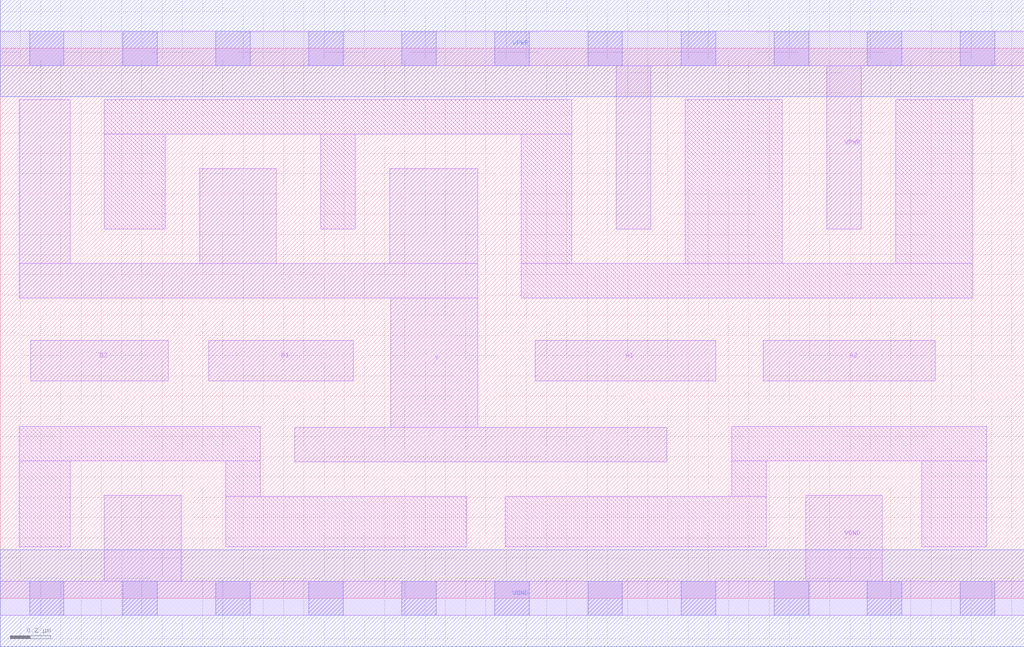
<source format=lef>
# Copyright 2020 The SkyWater PDK Authors
#
# Licensed under the Apache License, Version 2.0 (the "License");
# you may not use this file except in compliance with the License.
# You may obtain a copy of the License at
#
#     https://www.apache.org/licenses/LICENSE-2.0
#
# Unless required by applicable law or agreed to in writing, software
# distributed under the License is distributed on an "AS IS" BASIS,
# WITHOUT WARRANTIES OR CONDITIONS OF ANY KIND, either express or implied.
# See the License for the specific language governing permissions and
# limitations under the License.
#
# SPDX-License-Identifier: Apache-2.0

VERSION 5.7 ;
BUSBITCHARS "[]" ;
DIVIDERCHAR "/" ;
PROPERTYDEFINITIONS
  MACRO maskLayoutSubType STRING ;
  MACRO prCellType STRING ;
  MACRO originalViewName STRING ;
END PROPERTYDEFINITIONS
MACRO sky130_fd_sc_hdll__a22oi_2
  ORIGIN  0.000000  0.000000 ;
  CLASS CORE ;
  SYMMETRY X Y R90 ;
  SIZE  5.060000 BY  2.720000 ;
  SITE unithd ;
  PIN A1
    ANTENNAGATEAREA  0.555000 ;
    DIRECTION INPUT ;
    USE SIGNAL ;
    PORT
      LAYER li1 ;
        RECT 2.645000 1.075000 3.535000 1.275000 ;
    END
  END A1
  PIN A2
    ANTENNAGATEAREA  0.555000 ;
    DIRECTION INPUT ;
    USE SIGNAL ;
    PORT
      LAYER li1 ;
        RECT 3.770000 1.075000 4.620000 1.275000 ;
    END
  END A2
  PIN B1
    ANTENNAGATEAREA  0.555000 ;
    DIRECTION INPUT ;
    USE SIGNAL ;
    PORT
      LAYER li1 ;
        RECT 1.030000 1.075000 1.745000 1.275000 ;
    END
  END B1
  PIN B2
    ANTENNAGATEAREA  0.555000 ;
    DIRECTION INPUT ;
    USE SIGNAL ;
    PORT
      LAYER li1 ;
        RECT 0.150000 1.075000 0.830000 1.275000 ;
    END
  END B2
  PIN Y
    ANTENNADIFFAREA  1.278500 ;
    DIRECTION OUTPUT ;
    USE SIGNAL ;
    PORT
      LAYER li1 ;
        RECT 0.095000 1.485000 2.360000 1.655000 ;
        RECT 0.095000 1.655000 0.345000 2.465000 ;
        RECT 0.985000 1.655000 1.365000 2.125000 ;
        RECT 1.455000 0.675000 3.295000 0.845000 ;
        RECT 1.925000 1.655000 2.360000 2.125000 ;
        RECT 1.930000 0.845000 2.360000 1.485000 ;
    END
  END Y
  PIN VGND
    DIRECTION INOUT ;
    USE GROUND ;
    PORT
      LAYER li1 ;
        RECT 0.000000 -0.085000 5.060000 0.085000 ;
        RECT 0.515000  0.085000 0.895000 0.510000 ;
        RECT 3.980000  0.085000 4.360000 0.510000 ;
      LAYER met1 ;
        RECT 0.000000 -0.240000 5.060000 0.240000 ;
    END
  END VGND
  PIN VNB
    DIRECTION INOUT ;
    USE GROUND ;
    PORT
    END
  END VNB
  PIN VPB
    DIRECTION INOUT ;
    USE POWER ;
    PORT
    END
  END VPB
  PIN VPWR
    DIRECTION INOUT ;
    USE POWER ;
    PORT
      LAYER li1 ;
        RECT 0.000000 2.635000 5.060000 2.805000 ;
        RECT 3.045000 1.825000 3.215000 2.635000 ;
        RECT 4.085000 1.825000 4.255000 2.635000 ;
      LAYER met1 ;
        RECT 0.000000 2.480000 5.060000 2.960000 ;
    END
  END VPWR
  OBS
    LAYER li1 ;
      RECT 0.095000 0.255000 0.345000 0.680000 ;
      RECT 0.095000 0.680000 1.285000 0.850000 ;
      RECT 0.515000 1.825000 0.815000 2.295000 ;
      RECT 0.515000 2.295000 2.825000 2.465000 ;
      RECT 1.115000 0.255000 2.305000 0.505000 ;
      RECT 1.115000 0.505000 1.285000 0.680000 ;
      RECT 1.585000 1.825000 1.755000 2.295000 ;
      RECT 2.495000 0.255000 3.785000 0.505000 ;
      RECT 2.575000 1.485000 4.805000 1.655000 ;
      RECT 2.575000 1.655000 2.825000 2.295000 ;
      RECT 3.385000 1.655000 3.865000 2.465000 ;
      RECT 3.615000 0.505000 3.785000 0.680000 ;
      RECT 3.615000 0.680000 4.875000 0.850000 ;
      RECT 4.425000 1.655000 4.805000 2.465000 ;
      RECT 4.555000 0.255000 4.875000 0.680000 ;
    LAYER mcon ;
      RECT 0.145000 -0.085000 0.315000 0.085000 ;
      RECT 0.145000  2.635000 0.315000 2.805000 ;
      RECT 0.605000 -0.085000 0.775000 0.085000 ;
      RECT 0.605000  2.635000 0.775000 2.805000 ;
      RECT 1.065000 -0.085000 1.235000 0.085000 ;
      RECT 1.065000  2.635000 1.235000 2.805000 ;
      RECT 1.525000 -0.085000 1.695000 0.085000 ;
      RECT 1.525000  2.635000 1.695000 2.805000 ;
      RECT 1.985000 -0.085000 2.155000 0.085000 ;
      RECT 1.985000  2.635000 2.155000 2.805000 ;
      RECT 2.445000 -0.085000 2.615000 0.085000 ;
      RECT 2.445000  2.635000 2.615000 2.805000 ;
      RECT 2.905000 -0.085000 3.075000 0.085000 ;
      RECT 2.905000  2.635000 3.075000 2.805000 ;
      RECT 3.365000 -0.085000 3.535000 0.085000 ;
      RECT 3.365000  2.635000 3.535000 2.805000 ;
      RECT 3.825000 -0.085000 3.995000 0.085000 ;
      RECT 3.825000  2.635000 3.995000 2.805000 ;
      RECT 4.285000 -0.085000 4.455000 0.085000 ;
      RECT 4.285000  2.635000 4.455000 2.805000 ;
      RECT 4.745000 -0.085000 4.915000 0.085000 ;
      RECT 4.745000  2.635000 4.915000 2.805000 ;
  END
  PROPERTY maskLayoutSubType "abstract" ;
  PROPERTY prCellType "standard" ;
  PROPERTY originalViewName "layout" ;
END sky130_fd_sc_hdll__a22oi_2
END LIBRARY

</source>
